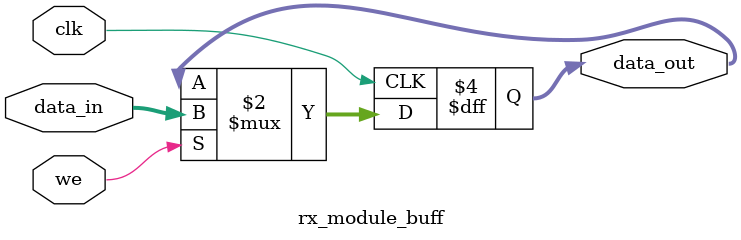
<source format=v>
`timescale 1ns / 1ps
module rx_module_recv(
		input data_in,
		output reg [7:0] data_out,
		input clk,
		input rst,
		output reg data_ready
    );
		
		/*²¶»ñrx(data_in)µÄÏÂ½µÑØ£¬¼´ÆðÊ¼ÐÅºÅ*/
		reg pre_rx;
		wire rx_begin;
		always @(posedge clk or posedge rst) begin
			if(rst)
				pre_rx <= 0;
			else
				pre_rx <= data_in;
		end
		assign rx_begin = pre_rx & ~data_in;
		
		/*Èç¹û²¶»ñµ½ÏÂ½µÑØ£¬Ôò¿ªÊ¼¼ÆÊý*/
		reg cnt_en;
		always @(posedge clk or posedge rst) begin
			if(rst)
				cnt_en <= 0;
			else if(rx_begin)
				cnt_en <= 1;
			else if(cnt == 8'd153)
				cnt_en <= 0;
		end
		
		/*¶Ô²ÉÑùÊ±ÖÓ½øÐÐ¼ÆÊý*/
		reg [7:0] cnt;
		always @(posedge clk or posedge rst) begin
			if(rst)
				cnt <= 8'b0;
			else if(cnt_en)
				cnt <= cnt+1;
			else
				cnt <= 8'b0;
		end
		
		/*ÔÚ¸÷¸ö²ÉÑùÊ±¿Ì£¬¶ÁÈ¡½ÓÊÕµ½µÄÊý¾Ý*/
		always @(posedge clk or posedge rst) begin
			if(rst)
				data_out <= 8'b0;
			else if(cnt_en)
				case(cnt)
					8'd24: data_out[0] <= data_in;
					8'd40: data_out[1] <= data_in;
					8'd56: data_out[2] <= data_in;
					8'd72: data_out[3] <= data_in;
					8'd88: data_out[4] <= data_in;
					8'd104:data_out[5] <= data_in;
					8'd120:data_out[6] <= data_in;
					8'd136:data_out[7] <= data_in;
				endcase
		end
		
		/*½ÓÊÕµ½Í£Ö¹Î»ºó£¬¸ø³öÊý¾Ý×¼±¸ºÃ±êÖ¾Î»*/
		always @(posedge clk or posedge rst) begin
			if(rst)
				data_ready <= 0;
			else if(cnt==8'd152 || cnt==8'd153)
				data_ready <= 1;
			else
				data_ready <= 0;
		end

endmodule

module rx_module_send(
		input [7:0] data_in,
		output reg data_out,
		input we,
		input clk,
		input rst
    );

		/*²¶»ñweµÄÏÂÉÏÉýÑØ£¬¼´ÆðÊ¼ÐÅºÅ*/
		reg pre_we;
		wire we_begin;
		always @(posedge clk or posedge rst) begin
			if(rst)
				pre_we <= 0;
			else
				pre_we <= we;
		end
		assign we_begin = ~pre_we & we;
		
		/*µ±weµÄÉÏÉýÑØµ½À´Ê±£¬½«ÒªÐ´µÄÊý¾Ý´æÈëbuffer*/
		reg [7:0] buffer;
		always @(posedge we_begin or posedge rst) begin
			if(rst)
				buffer <= 8'b0;
			else
				buffer <= data_in;
		end
		
		/*Èç¹û²¶»ñµ½ÉÏÉýÑØ£¬Ôò¿ªÊ¼¼ÆÊý*/
		reg cnt_en;
		always @(posedge clk or posedge rst) begin
			if(rst)
				cnt_en <= 0;
			else if(we_begin)
				cnt_en <= 1;
			else if(cnt == 8'd160)
				cnt_en <= 0;
		end
		
		/*¶Ô²ÉÑùÊ±ÖÓ½øÐÐ¼ÆÊý*/
		reg [7:0] cnt;
		always @(posedge clk or posedge rst) begin
			if(rst)
				cnt <= 8'b0;
			else if(cnt_en)
				cnt <= cnt+1;
			else
				cnt <= 8'b0;
		end
		
		/*ÔÚ¸÷¸ö²ÉÑùÊ±¿Ì£¬·¢ËÍÒÑÐ´ÈëµÄÊý¾Ý*/
		always @(posedge clk or posedge rst) begin
			if(rst)
				data_out <= 1;
			else if(cnt_en)
				case(cnt)
					8'd0:  data_out <= 0;
					8'd16: data_out <= buffer[0];
					8'd32: data_out <= buffer[1];
					8'd48: data_out <= buffer[2];
					8'd64: data_out <= buffer[3];
					8'd80: data_out <= buffer[4];
					8'd96: data_out <= buffer[5];
					8'd112:data_out <= buffer[6];
					8'd128:data_out <= buffer[7];
					8'd144:data_out <= 1;
				endcase
			else
				data_out <= 1;
		end
		
endmodule

module rx_module_buff(
		input [7:0] data_in,
		output reg [7:0] data_out,
		input we,
		input clk
    );

		always @(posedge clk) begin
			if(we) begin
				data_out <= data_in;
			end
		end

endmodule

</source>
